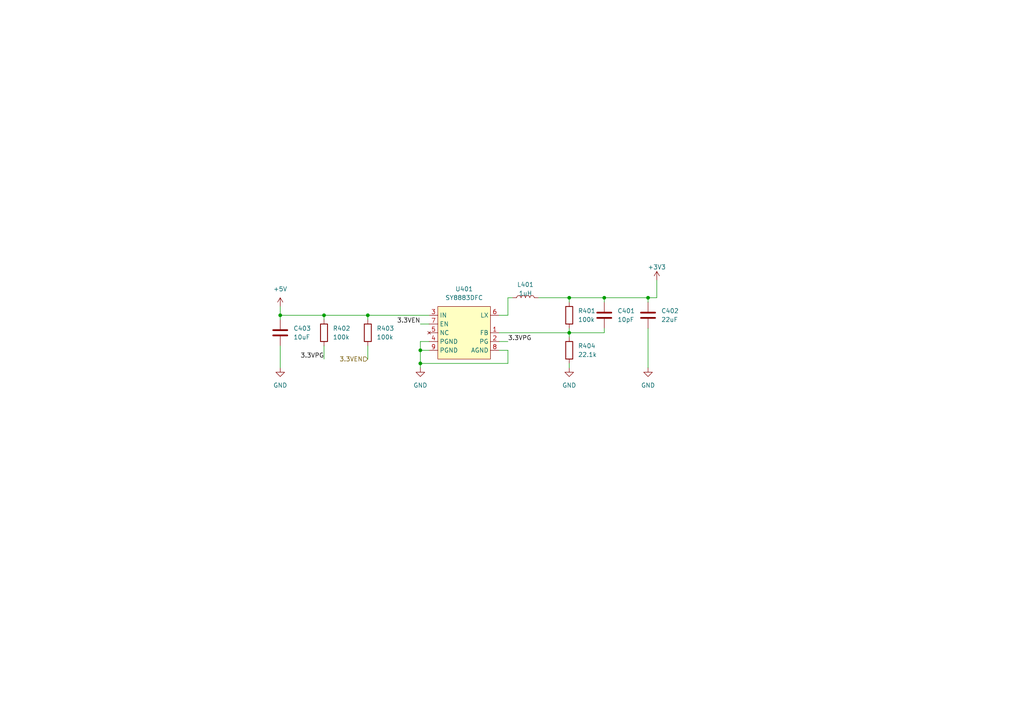
<source format=kicad_sch>
(kicad_sch (version 20230121) (generator eeschema)
  (paper "A4")
  (title_block (title "RAK3172 M.2 2230 Module") (date "2023-02-19") (rev "A"))
  (lib_symbols
    (symbol "Device:C" (pin_numbers hide) (pin_names (offset 0.254))
      (property "Reference" "C" (at 0.635 2.54 0))
      (property "Value" "C" (at 0.635 -2.54 0))
      (symbol "C_0_1"
        (polyline (pts (xy -2.032 -0.762) (xy 2.032 -0.762)) (stroke (width 0.508)))
        (polyline (pts (xy -2.032 0.762) (xy 2.032 0.762)) (stroke (width 0.508)))
      )
      (symbol "C_1_1"
        (pin passive line (at 0 3.81 270) (length 2.794) (name "~") (number "1"))
        (pin passive line (at 0 -3.81 90) (length 2.794) (name "~") (number "2"))
      )
    )
    (symbol "Device:L" (pin_numbers hide) (pin_names (offset 1.016) hide)
      (property "Reference" "L" (at -1.27 0 90))
      (property "Value" "L" (at 1.905 0 90))
      (symbol "L_0_1"
        (arc (start 0 -2.54) (mid 0.6323 -1.905) (end 0 -1.27))
        (arc (start 0 -1.27) (mid 0.6323 -0.635) (end 0 0))
        (arc (start 0 0) (mid 0.6323 0.635) (end 0 1.27))
        (arc (start 0 1.27) (mid 0.6323 1.905) (end 0 2.54))
      )
      (symbol "L_1_1"
        (pin passive line (at 0 3.81 270) (length 1.27) (name "1") (number "1"))
        (pin passive line (at 0 -3.81 90) (length 1.27) (name "2") (number "2"))
      )
    )
    (symbol "Device:R" (pin_numbers hide) (pin_names (offset 0))
      (property "Reference" "R" (at 2.032 0 90))
      (property "Value" "R" (at 0 0 90))
      (symbol "R_0_1"
        (rectangle (start -1.016 -2.54) (end 1.016 2.54) (stroke (width 0.254)))
      )
      (symbol "R_1_1"
        (pin passive line (at 0 3.81 270) (length 1.27) (name "~") (number "1"))
        (pin passive line (at 0 -3.81 90) (length 1.27) (name "~") (number "2"))
      )
    )
    (symbol "GND_1" (power) (pin_names (offset 0))
      (property "Value" "GND_1" (at 0 -3.81 0))
      (symbol "GND_1_0_1"
        (polyline (pts (xy 0 0) (xy 0 -1.27) (xy 1.27 -1.27) (xy 0 -2.54) (xy -1.27 -1.27) (xy 0 -1.27)))
      )
      (symbol "GND_1_1_1"
        (pin power_in line (at 0 0 270) (length 0) hide (name "GND") (number "1"))
      )
    )
    (symbol "GND_2" (power) (pin_names (offset 0))
      (property "Value" "GND_2" (at 0 -3.81 0))
      (symbol "GND_2_0_1"
        (polyline (pts (xy 0 0) (xy 0 -1.27) (xy 1.27 -1.27) (xy 0 -2.54) (xy -1.27 -1.27) (xy 0 -1.27)))
      )
      (symbol "GND_2_1_1"
        (pin power_in line (at 0 0 270) (length 0) hide (name "GND") (number "1"))
      )
    )
    (symbol "MyLibrary:SY8883DFC"
      (property "Reference" "U" (at 0 11.43 0))
      (property "Value" "SY8883DFC" (at 0 8.89 0))
      (symbol "SY8883DFC_0_0"
        (pin input line (at 10.16 0 180) (length 2.54) (name "FB") (number "1"))
        (pin open_emitter line (at 10.16 -2.54 180) (length 2.54) (name "PG") (number "2"))
        (pin power_in line (at -10.16 5.08 0) (length 2.54) (name "IN") (number "3"))
        (pin power_in line (at -10.16 -2.54 0) (length 2.54) (name "PGND") (number "4"))
        (pin no_connect line (at -10.16 0 0) (length 2.54) (name "NC") (number "5"))
        (pin power_out line (at 10.16 5.08 180) (length 2.54) (name "LX") (number "6"))
        (pin input line (at -10.16 2.54 0) (length 2.54) (name "EN") (number "7"))
        (pin power_in line (at 10.16 -5.08 180) (length 2.54) (name "AGND") (number "8"))
        (pin power_in line (at -10.16 -5.08 0) (length 2.54) (name "PGND") (number "9"))
      )
      (symbol "SY8883DFC_0_1"
        (rectangle (start -7.62 7.62) (end 7.62 -7.62) (fill (type background)))
      )
    )
    (symbol "power:+3.3V" (power) (pin_names (offset 0))
      (property "Value" "+3.3V" (at 0 3.556 0))
      (symbol "+3.3V_0_1"
        (polyline (pts (xy -0.762 1.27) (xy 0 2.54)))
        (polyline (pts (xy 0 0) (xy 0 2.54)))
        (polyline (pts (xy 0 2.54) (xy 0.762 1.27)))
      )
      (symbol "+3.3V_1_1"
        (pin power_in line (at 0 0 90) (length 0) hide (name "+3V3") (number "1"))
      )
    )
    (symbol "power:+5V" (power) (pin_names (offset 0))
      (property "Value" "+5V" (at 0 3.556 0))
      (symbol "+5V_0_1"
        (polyline (pts (xy -0.762 1.27) (xy 0 2.54)))
        (polyline (pts (xy 0 0) (xy 0 2.54)))
        (polyline (pts (xy 0 2.54) (xy 0.762 1.27)))
      )
      (symbol "+5V_1_1"
        (pin power_in line (at 0 0 90) (length 0) hide (name "+5V") (number "1"))
      )
    )
  )
  (junction (at 81.28 91.44))
  (junction (at 121.92 101.6))
  (junction (at 165.1 96.52))
  (junction (at 165.1 86.36))
  (junction (at 187.96 86.36))
  (junction (at 93.98 91.44))
  (junction (at 121.92 105.41))
  (junction (at 106.68 91.44))
  (junction (at 175.26 86.36))
  (wire (pts (xy 144.78 91.44) (xy 147.32 91.44)))
  (wire (pts (xy 81.28 91.44) (xy 81.28 92.71)))
  (wire (pts (xy 147.32 86.36) (xy 148.59 86.36)))
  (wire (pts (xy 190.5 81.28) (xy 190.5 86.36)))
  (wire (pts (xy 187.96 95.25) (xy 187.96 106.68)))
  (wire (pts (xy 106.68 91.44) (xy 124.46 91.44)))
  (wire (pts (xy 165.1 96.52) (xy 165.1 97.79)))
  (wire (pts (xy 106.68 100.33) (xy 106.68 104.14)))
  (wire (pts (xy 144.78 99.06) (xy 147.32 99.06)))
  (wire (pts (xy 121.92 105.41) (xy 121.92 106.68)))
  (wire (pts (xy 93.98 91.44) (xy 93.98 92.71)))
  (wire (pts (xy 147.32 91.44) (xy 147.32 86.36)))
  (wire (pts (xy 187.96 86.36) (xy 175.26 86.36)))
  (wire (pts (xy 144.78 101.6) (xy 147.32 101.6)))
  (wire (pts (xy 165.1 86.36) (xy 165.1 87.63)))
  (wire (pts (xy 165.1 105.41) (xy 165.1 106.68)))
  (wire (pts (xy 81.28 88.9) (xy 81.28 91.44)))
  (wire (pts (xy 175.26 96.52) (xy 165.1 96.52)))
  (wire (pts (xy 121.92 99.06) (xy 121.92 101.6)))
  (wire (pts (xy 187.96 87.63) (xy 187.96 86.36)))
  (wire (pts (xy 106.68 92.71) (xy 106.68 91.44)))
  (wire (pts (xy 81.28 91.44) (xy 93.98 91.44)))
  (wire (pts (xy 124.46 99.06) (xy 121.92 99.06)))
  (wire (pts (xy 121.92 101.6) (xy 121.92 105.41)))
  (wire (pts (xy 93.98 100.33) (xy 93.98 104.14)))
  (wire (pts (xy 187.96 86.36) (xy 190.5 86.36)))
  (wire (pts (xy 175.26 86.36) (xy 165.1 86.36)))
  (wire (pts (xy 147.32 105.41) (xy 121.92 105.41)))
  (wire (pts (xy 81.28 100.33) (xy 81.28 106.68)))
  (wire (pts (xy 147.32 101.6) (xy 147.32 105.41)))
  (wire (pts (xy 175.26 95.25) (xy 175.26 96.52)))
  (wire (pts (xy 156.21 86.36) (xy 165.1 86.36)))
  (wire (pts (xy 121.92 93.98) (xy 124.46 93.98)))
  (wire (pts (xy 165.1 95.25) (xy 165.1 96.52)))
  (wire (pts (xy 144.78 96.52) (xy 165.1 96.52)))
  (wire (pts (xy 93.98 91.44) (xy 106.68 91.44)))
  (wire (pts (xy 175.26 87.63) (xy 175.26 86.36)))
  (wire (pts (xy 124.46 101.6) (xy 121.92 101.6)))
  (label "3.3VPG" (at 147.32 99.06 0) (property "Intersheetrefs" "${INTERSHEET_REFS}" (effects hide)))
  (label "3.3VPG" (at 93.98 104.14 180) (property "Intersheetrefs" "${INTERSHEET_REFS}" (effects hide)))
  (label "3.3VEN" (at 121.92 93.98 180) (property "Intersheetrefs" "${INTERSHEET_REFS}" (effects hide)))
  (hierarchical_label "3.3VEN" (shape input) (at 106.68 104.14 180) (property "Intersheetrefs" "${INTERSHEET_REFS}" (effects hide)))
  (symbol (lib_id "Device:C") (at 175.26 91.44 0) (unit 1)
    (property "Reference" "C401" (at 179.07 90.1699 0) (effects (justify left)))
    (property "Value" "10pF" (at 179.07 92.7099 0) (effects (justify left)))
    (property "Footprint" "Capacitor_SMD:C_0402_1005Metric" (effects hide))
  )
  (symbol (lib_id "Device:R") (at 93.98 96.52 0) (unit 1)
    (property "Reference" "R402" (at 96.52 95.2499 0) (effects (justify left)))
    (property "Value" "100k" (at 96.52 97.7899 0) (effects (justify left)))
    (property "Footprint" "Resistor_SMD:R_0402_1005Metric" (effects hide))
  )
  (symbol (lib_id "power:+3.3V") (at 190.5 81.28 0) (unit 1)
    (property "Reference" "#PWR0402" (effects hide))
    (property "Value" "+3.3V" (at 190.5 77.47 0))
    (instances (project "Quad_RAK3172_Board" (path "" (reference "#PWR0402") (unit 1)) (path "" (reference "#PWR0502") (unit 1)) (path "" (reference "#PWR0602") (unit 1)) (path "" (reference "#PWR0702") (unit 1))) (project "RAK3172-M.2-2230-Mod" (path "" (reference "#PWR0202") (unit 1)) (path "" (reference "#PWR0401") (unit 1))))
  )
  (symbol (lib_id "Device:R") (at 165.1 101.6 0) (unit 1)
    (property "Reference" "R404" (at 167.64 100.3299 0) (effects (justify left)))
    (property "Value" "22.1k" (at 167.64 102.8699 0) (effects (justify left)))
    (property "Footprint" "Resistor_SMD:R_0402_1005Metric" (effects hide))
  )
  (symbol (lib_id "Device:R") (at 106.68 96.52 0) (unit 1)
    (property "Reference" "R403" (at 109.22 95.2499 0) (effects (justify left)))
    (property "Value" "100k" (at 109.22 97.7899 0) (effects (justify left)))
    (property "Footprint" "Resistor_SMD:R_0402_1005Metric" (effects hide))
  )
  (symbol (lib_id "Device:R") (at 165.1 91.44 0) (unit 1)
    (property "Reference" "R401" (at 167.64 90.1699 0) (effects (justify left)))
    (property "Value" "100k" (at 167.64 92.7099 0) (effects (justify left)))
    (property "Footprint" "Resistor_SMD:R_0402_1005Metric" (effects hide))
  )
  (symbol (lib_name "GND_1") (lib_id "power:GND") (at 81.28 106.68 0) (unit 1)
    (property "Reference" "#PWR0403" (effects hide))
    (property "Value" "GND" (at 81.28 111.76 0))
  )
  (symbol (lib_name "GND_2") (lib_id "power:GND") (at 187.96 106.68 0) (unit 1)
    (property "Reference" "#PWR0406" (effects hide))
    (property "Value" "GND" (at 187.96 111.76 0))
  )
  (symbol (lib_id "MyLibrary:SY8883DFC") (at 134.62 96.52 0) (unit 1)
    (property "Reference" "U401" (at 134.62 83.82 0))
    (property "Value" "SY8883DFC" (at 134.62 86.36 0))
    (property "Footprint" "Package_DFN_QFN:DFN-8-1EP_2x2mm_P0.5mm_EP0.9x1.6mm" (effects hide))
  )
  (symbol (lib_id "Device:C") (at 187.96 91.44 0) (unit 1)
    (property "Reference" "C402" (at 191.77 90.1699 0) (effects (justify left)))
    (property "Value" "22uF" (at 191.77 92.7099 0) (effects (justify left)))
    (property "Footprint" "Capacitor_SMD:C_0603_1608Metric" (effects hide))
  )
  (symbol (lib_id "power:+5V") (at 81.28 88.9 0) (unit 1)
    (property "Reference" "#PWR0402" (effects hide))
    (property "Value" "+5V" (at 81.28 83.82 0))
  )
  (symbol (lib_name "GND_1") (lib_id "power:GND") (at 121.92 106.68 0) (unit 1)
    (property "Reference" "#PWR0404" (effects hide))
    (property "Value" "GND" (at 121.92 111.76 0))
  )
  (symbol (lib_id "Device:L") (at 152.4 86.36 90) (unit 1)
    (property "Reference" "L401" (at 152.4 82.55 90))
    (property "Value" "1uH" (at 152.4 85.09 90))
    (property "Footprint" "Inductor_SMD:L_1206_3216Metric" (effects hide))
  )
  (symbol (lib_id "Device:C") (at 81.28 96.52 0) (unit 1)
    (property "Reference" "C403" (at 85.09 95.2499 0) (effects (justify left)))
    (property "Value" "10uF" (at 85.09 97.7899 0) (effects (justify left)))
    (property "Footprint" "Capacitor_SMD:C_0603_1608Metric" (effects hide))
  )
  (symbol (lib_name "GND_2") (lib_id "power:GND") (at 165.1 106.68 0) (unit 1)
    (property "Reference" "#PWR0405" (effects hide))
    (property "Value" "GND" (at 165.1 111.76 0))
  )
)
</source>
